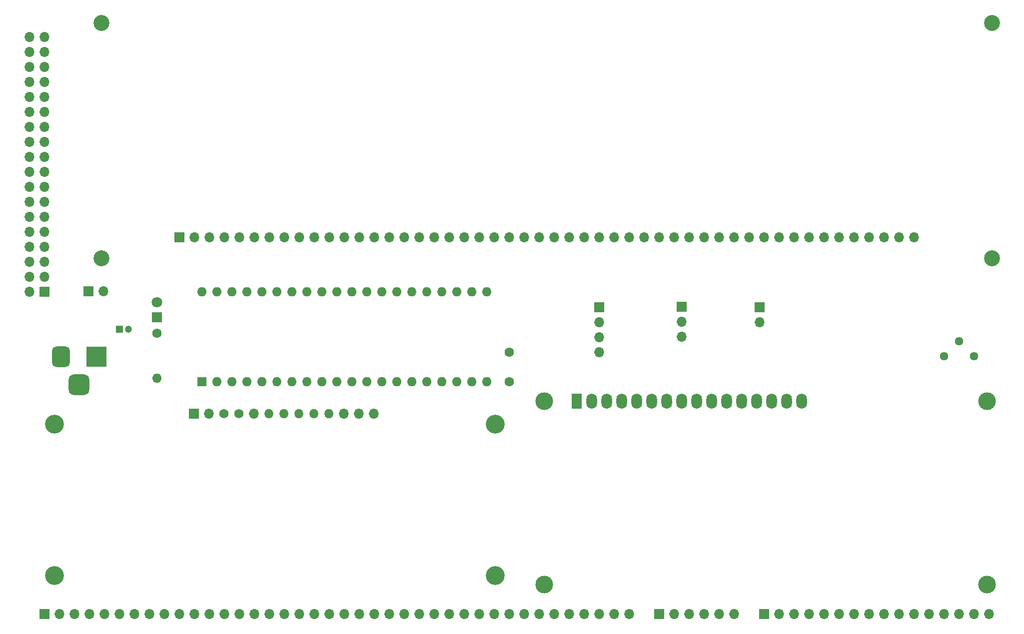
<source format=gbs>
G04 #@! TF.GenerationSoftware,KiCad,Pcbnew,(6.0.7-1)-1*
G04 #@! TF.CreationDate,2023-01-31T16:53:23+01:00*
G04 #@! TF.ProjectId,6502_computer,36353032-5f63-46f6-9d70-757465722e6b,REV*
G04 #@! TF.SameCoordinates,Original*
G04 #@! TF.FileFunction,Soldermask,Bot*
G04 #@! TF.FilePolarity,Negative*
%FSLAX46Y46*%
G04 Gerber Fmt 4.6, Leading zero omitted, Abs format (unit mm)*
G04 Created by KiCad (PCBNEW (6.0.7-1)-1) date 2023-01-31 16:53:23*
%MOMM*%
%LPD*%
G01*
G04 APERTURE LIST*
G04 Aperture macros list*
%AMRoundRect*
0 Rectangle with rounded corners*
0 $1 Rounding radius*
0 $2 $3 $4 $5 $6 $7 $8 $9 X,Y pos of 4 corners*
0 Add a 4 corners polygon primitive as box body*
4,1,4,$2,$3,$4,$5,$6,$7,$8,$9,$2,$3,0*
0 Add four circle primitives for the rounded corners*
1,1,$1+$1,$2,$3*
1,1,$1+$1,$4,$5*
1,1,$1+$1,$6,$7*
1,1,$1+$1,$8,$9*
0 Add four rect primitives between the rounded corners*
20,1,$1+$1,$2,$3,$4,$5,0*
20,1,$1+$1,$4,$5,$6,$7,0*
20,1,$1+$1,$6,$7,$8,$9,0*
20,1,$1+$1,$8,$9,$2,$3,0*%
G04 Aperture macros list end*
%ADD10R,3.500000X3.500000*%
%ADD11RoundRect,0.750000X-0.750000X-1.000000X0.750000X-1.000000X0.750000X1.000000X-0.750000X1.000000X0*%
%ADD12RoundRect,0.875000X-0.875000X-0.875000X0.875000X-0.875000X0.875000X0.875000X-0.875000X0.875000X0*%
%ADD13R,1.700000X1.700000*%
%ADD14O,1.700000X1.700000*%
%ADD15C,3.200000*%
%ADD16C,1.574800*%
%ADD17O,1.574800X1.574800*%
%ADD18C,2.700000*%
%ADD19R,1.600000X1.600000*%
%ADD20O,1.600000X1.600000*%
%ADD21O,1.579880X1.579880*%
%ADD22C,1.600000*%
%ADD23C,3.000000*%
%ADD24R,1.800000X2.600000*%
%ADD25O,1.800000X2.600000*%
%ADD26C,1.440000*%
%ADD27R,1.800000X1.800000*%
%ADD28C,1.800000*%
%ADD29R,1.200000X1.200000*%
%ADD30C,1.200000*%
G04 APERTURE END LIST*
D10*
X79939400Y-104960500D03*
D11*
X73939400Y-104960500D03*
D12*
X76939400Y-109660500D03*
D13*
X179070000Y-96520000D03*
D14*
X179070000Y-99060000D03*
X179070000Y-101600000D03*
D13*
X71120000Y-148530000D03*
D14*
X73660000Y-148530000D03*
X76200000Y-148530000D03*
X78740000Y-148530000D03*
X81280000Y-148530000D03*
X83820000Y-148530000D03*
X86360000Y-148530000D03*
X88900000Y-148530000D03*
X91440000Y-148530000D03*
X93980000Y-148530000D03*
X96520000Y-148530000D03*
X99060000Y-148530000D03*
X101600000Y-148530000D03*
X104140000Y-148530000D03*
X106680000Y-148530000D03*
X109220000Y-148530000D03*
X111760000Y-148530000D03*
X114300000Y-148530000D03*
X116840000Y-148530000D03*
X119380000Y-148530000D03*
X121920000Y-148530000D03*
X124460000Y-148530000D03*
X127000000Y-148530000D03*
X129540000Y-148530000D03*
X132080000Y-148530000D03*
X134620000Y-148530000D03*
X137160000Y-148530000D03*
X139700000Y-148530000D03*
X142240000Y-148530000D03*
X144780000Y-148530000D03*
X147320000Y-148530000D03*
X149860000Y-148530000D03*
X152400000Y-148530000D03*
X154940000Y-148530000D03*
X157480000Y-148530000D03*
X160020000Y-148530000D03*
X162560000Y-148530000D03*
X165100000Y-148530000D03*
X167640000Y-148530000D03*
X170180000Y-148530000D03*
D13*
X165125000Y-96530000D03*
D14*
X165125000Y-99070000D03*
X165125000Y-101610000D03*
X165125000Y-104150000D03*
D13*
X175260000Y-148530000D03*
D14*
X177800000Y-148530000D03*
X180340000Y-148530000D03*
X182880000Y-148530000D03*
X185420000Y-148530000D03*
X187960000Y-148530000D03*
D13*
X78586000Y-93880000D03*
D14*
X81126000Y-93880000D03*
D15*
X72828892Y-142034392D03*
X147504892Y-142034392D03*
X147504892Y-116380392D03*
X72828892Y-116380392D03*
D13*
X96450892Y-114602392D03*
D14*
X98990892Y-114602392D03*
D16*
X101530892Y-114602392D03*
X104070892Y-114602392D03*
D14*
X106610892Y-114602392D03*
D17*
X109150892Y-114602392D03*
X111690892Y-114602392D03*
X114230892Y-114602392D03*
X116770892Y-114602392D03*
X119310892Y-114602392D03*
D14*
X121850892Y-114602392D03*
X124390892Y-114602392D03*
X126930892Y-114602392D03*
D13*
X71120000Y-93980000D03*
D14*
X68580000Y-93980000D03*
X71120000Y-91440000D03*
X68580000Y-91440000D03*
X71120000Y-88900000D03*
X68580000Y-88900000D03*
X71120000Y-86360000D03*
X68580000Y-86360000D03*
X71120000Y-83820000D03*
X68580000Y-83820000D03*
X71120000Y-81280000D03*
X68580000Y-81280000D03*
X71120000Y-78740000D03*
X68580000Y-78740000D03*
X71120000Y-76200000D03*
X68580000Y-76200000D03*
X71120000Y-73660000D03*
X68580000Y-73660000D03*
X71120000Y-71120000D03*
X68580000Y-71120000D03*
X71120000Y-68580000D03*
X68580000Y-68580000D03*
X71120000Y-66040000D03*
X68580000Y-66040000D03*
X71120000Y-63500000D03*
X68580000Y-63500000D03*
X71120000Y-60960000D03*
X68580000Y-60960000D03*
X71120000Y-58420000D03*
X68580000Y-58420000D03*
X71120000Y-55880000D03*
X68580000Y-55880000D03*
X71120000Y-53340000D03*
X68580000Y-53340000D03*
X71120000Y-50800000D03*
X68580000Y-50800000D03*
D13*
X192303000Y-96540000D03*
D14*
X192303000Y-99080000D03*
D18*
X80748000Y-88265000D03*
X231624000Y-88265000D03*
X80748000Y-48387000D03*
X231624000Y-48387000D03*
D13*
X93956000Y-84709000D03*
D14*
X96496000Y-84709000D03*
X99036000Y-84709000D03*
X101576000Y-84709000D03*
X104116000Y-84709000D03*
X106656000Y-84709000D03*
X109196000Y-84709000D03*
X111736000Y-84709000D03*
X114276000Y-84709000D03*
X116816000Y-84709000D03*
X119356000Y-84709000D03*
X121896000Y-84709000D03*
X124436000Y-84709000D03*
X126976000Y-84709000D03*
X129516000Y-84709000D03*
X132056000Y-84709000D03*
X134596000Y-84709000D03*
X137136000Y-84709000D03*
X139676000Y-84709000D03*
X142216000Y-84709000D03*
X144756000Y-84709000D03*
X147296000Y-84709000D03*
X149836000Y-84709000D03*
X152376000Y-84709000D03*
X154916000Y-84709000D03*
X157456000Y-84709000D03*
X159996000Y-84709000D03*
X162536000Y-84709000D03*
X165076000Y-84709000D03*
X167616000Y-84709000D03*
X170156000Y-84709000D03*
X172696000Y-84709000D03*
X175236000Y-84709000D03*
X177776000Y-84709000D03*
X180316000Y-84709000D03*
X182856000Y-84709000D03*
X185396000Y-84709000D03*
X187936000Y-84709000D03*
X190476000Y-84709000D03*
X193016000Y-84709000D03*
X195556000Y-84709000D03*
X198096000Y-84709000D03*
X200636000Y-84709000D03*
X203176000Y-84709000D03*
X205716000Y-84709000D03*
X208256000Y-84709000D03*
X210796000Y-84709000D03*
X213336000Y-84709000D03*
X215876000Y-84709000D03*
X218416000Y-84709000D03*
D19*
X97790000Y-109220000D03*
D20*
X100330000Y-109220000D03*
X102870000Y-109220000D03*
X105410000Y-109220000D03*
X107950000Y-109220000D03*
D21*
X110490000Y-109220000D03*
X113030000Y-109220000D03*
X115570000Y-109220000D03*
D20*
X118110000Y-109220000D03*
X120650000Y-109220000D03*
X123190000Y-109220000D03*
X125730000Y-109220000D03*
X128270000Y-109220000D03*
X130810000Y-109220000D03*
X133350000Y-109220000D03*
X135890000Y-109220000D03*
X138430000Y-109220000D03*
X140970000Y-109220000D03*
X143510000Y-109220000D03*
X146050000Y-109220000D03*
X146050000Y-93980000D03*
X143510000Y-93980000D03*
X140970000Y-93980000D03*
D21*
X138430000Y-93980000D03*
X135890000Y-93980000D03*
X133350000Y-93980000D03*
D20*
X130810000Y-93980000D03*
X128270000Y-93980000D03*
X125730000Y-93980000D03*
X123190000Y-93980000D03*
X120650000Y-93980000D03*
X118110000Y-93980000D03*
X115570000Y-93980000D03*
X113030000Y-93980000D03*
X110490000Y-93980000D03*
X107950000Y-93980000D03*
X105410000Y-93980000D03*
X102870000Y-93980000D03*
X100330000Y-93980000D03*
X97790000Y-93980000D03*
D22*
X149860000Y-109180000D03*
X149860000Y-104180000D03*
D13*
X193040000Y-148530000D03*
D14*
X195580000Y-148530000D03*
X198120000Y-148530000D03*
X200660000Y-148530000D03*
X203200000Y-148530000D03*
X205740000Y-148530000D03*
X208280000Y-148530000D03*
X210820000Y-148530000D03*
X213360000Y-148530000D03*
X215900000Y-148530000D03*
X218440000Y-148530000D03*
X220980000Y-148530000D03*
X223520000Y-148530000D03*
X226060000Y-148530000D03*
X228600000Y-148530000D03*
X231140000Y-148530000D03*
D23*
X230793480Y-143522700D03*
X230794000Y-112522000D03*
X155794900Y-112522000D03*
X155794900Y-143522700D03*
D24*
X161294000Y-112522000D03*
D25*
X163834000Y-112522000D03*
X166374000Y-112522000D03*
X168914000Y-112522000D03*
X171454000Y-112522000D03*
X173994000Y-112522000D03*
X176534000Y-112522000D03*
X179074000Y-112522000D03*
X181614000Y-112522000D03*
X184154000Y-112522000D03*
X186694000Y-112522000D03*
X189234000Y-112522000D03*
X191774000Y-112522000D03*
X194314000Y-112522000D03*
X196854000Y-112522000D03*
X199394000Y-112522000D03*
D26*
X228600000Y-104902000D03*
X226060000Y-102362000D03*
X223520000Y-104902000D03*
D27*
X90158000Y-98298000D03*
D28*
X90158000Y-95758000D03*
D22*
X90170000Y-100965000D03*
D20*
X90170000Y-108585000D03*
D29*
X83820000Y-100330000D03*
D30*
X85320000Y-100330000D03*
M02*

</source>
